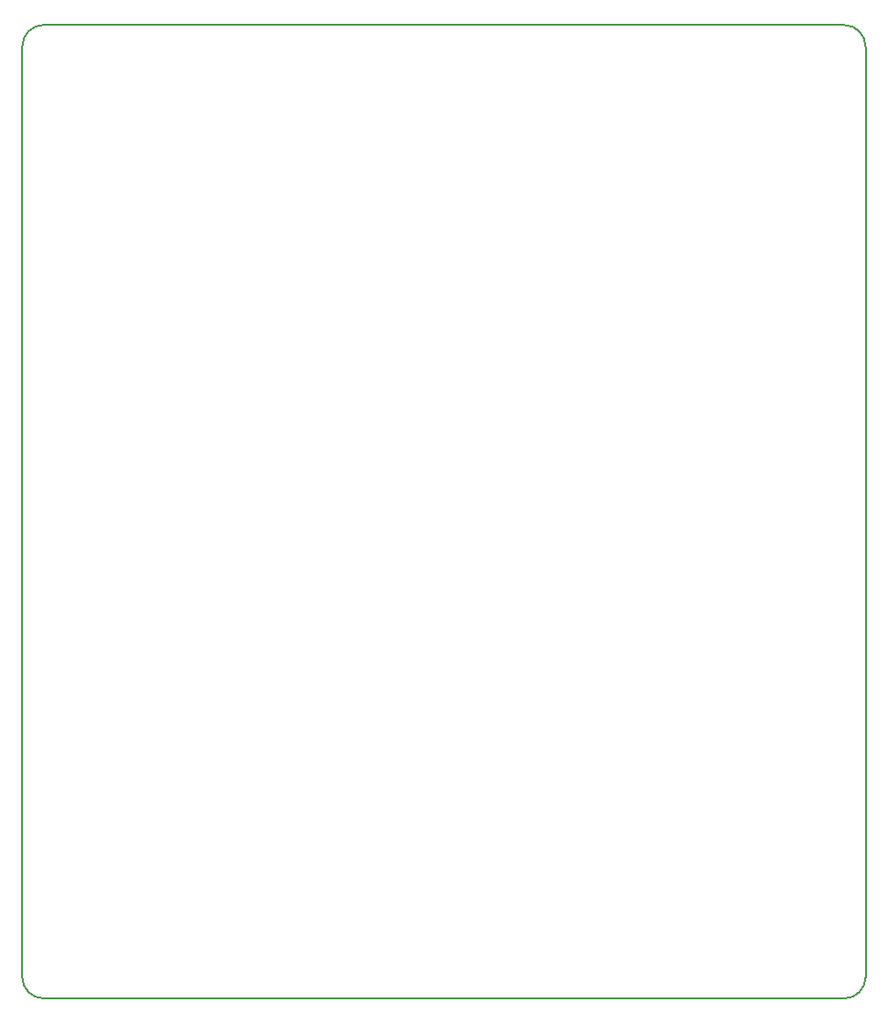
<source format=gm1>
G04 #@! TF.GenerationSoftware,KiCad,Pcbnew,(5.0.2-dirty)*
G04 #@! TF.CreationDate,2019-01-30T14:47:38+02:00*
G04 #@! TF.ProjectId,fsb,6673622e-6b69-4636-9164-5f7063625858,rev?*
G04 #@! TF.SameCoordinates,Original*
G04 #@! TF.FileFunction,Profile,NP*
%FSLAX46Y46*%
G04 Gerber Fmt 4.6, Leading zero omitted, Abs format (unit mm)*
G04 Created by KiCad (PCBNEW (5.0.2-dirty)) date ke 30. tammikuuta 2019 14.47.38*
%MOMM*%
%LPD*%
G01*
G04 APERTURE LIST*
%ADD10C,0.200000*%
G04 APERTURE END LIST*
D10*
X128999980Y-137002272D02*
X128999980Y-51002040D01*
X128999980Y-51002040D02*
G75*
G02X130999980Y-49002040I2000000J0D01*
G01*
X204999980Y-49002040D02*
G75*
G02X206999980Y-51002040I0J-2000000D01*
G01*
X130999980Y-49002040D02*
X204999980Y-49002040D01*
X130999980Y-139002156D02*
G75*
G02X128999980Y-137002272I-198J1999802D01*
G01*
X204999980Y-139002040D02*
X130999980Y-139002156D01*
X206999980Y-137002040D02*
G75*
G02X204999980Y-139002040I-2000000J0D01*
G01*
X206999980Y-51002040D02*
X206999980Y-137002040D01*
M02*

</source>
